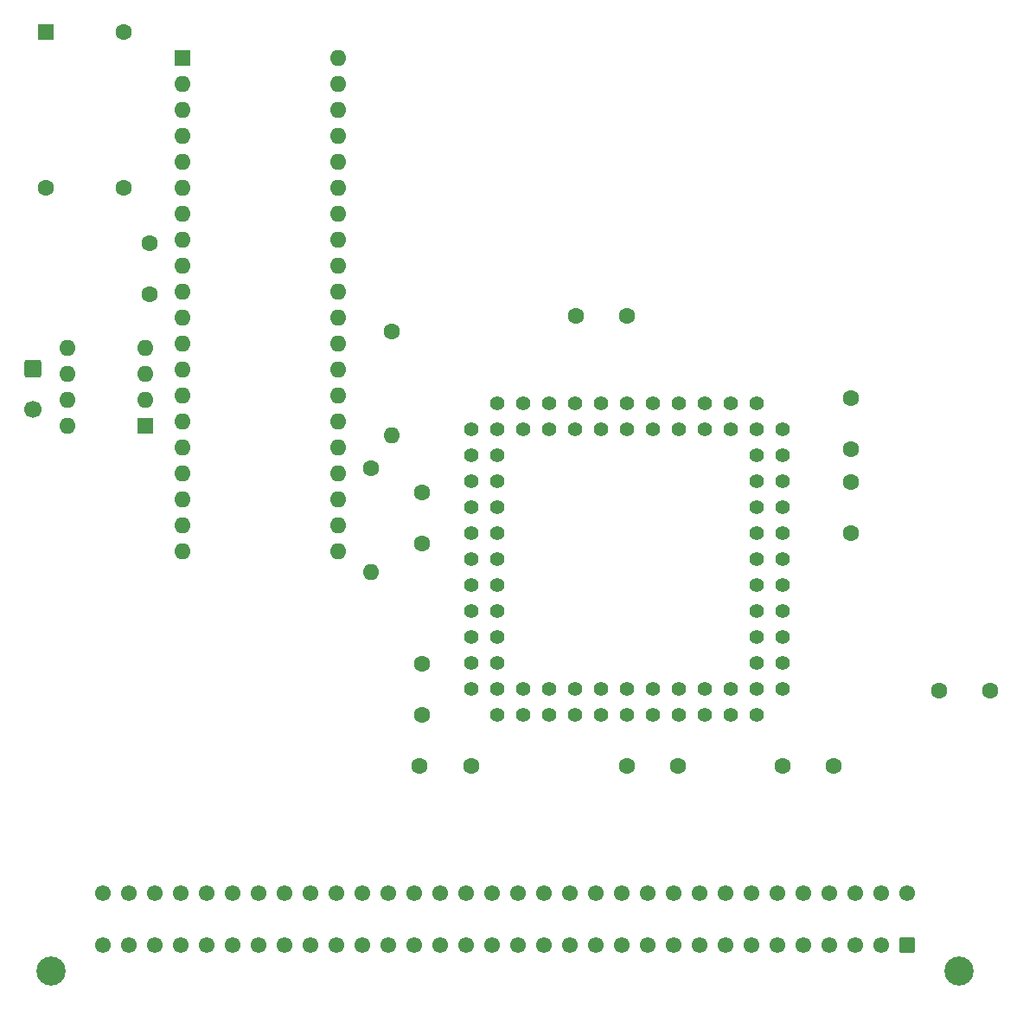
<source format=gbr>
%TF.GenerationSoftware,KiCad,Pcbnew,7.0.5*%
%TF.CreationDate,2024-02-10T13:24:14-07:00*%
%TF.ProjectId,z80_board,7a38305f-626f-4617-9264-2e6b69636164,rev?*%
%TF.SameCoordinates,Original*%
%TF.FileFunction,Soldermask,Bot*%
%TF.FilePolarity,Negative*%
%FSLAX46Y46*%
G04 Gerber Fmt 4.6, Leading zero omitted, Abs format (unit mm)*
G04 Created by KiCad (PCBNEW 7.0.5) date 2024-02-10 13:24:14*
%MOMM*%
%LPD*%
G01*
G04 APERTURE LIST*
G04 Aperture macros list*
%AMRoundRect*
0 Rectangle with rounded corners*
0 $1 Rounding radius*
0 $2 $3 $4 $5 $6 $7 $8 $9 X,Y pos of 4 corners*
0 Add a 4 corners polygon primitive as box body*
4,1,4,$2,$3,$4,$5,$6,$7,$8,$9,$2,$3,0*
0 Add four circle primitives for the rounded corners*
1,1,$1+$1,$2,$3*
1,1,$1+$1,$4,$5*
1,1,$1+$1,$6,$7*
1,1,$1+$1,$8,$9*
0 Add four rect primitives between the rounded corners*
20,1,$1+$1,$2,$3,$4,$5,0*
20,1,$1+$1,$4,$5,$6,$7,0*
20,1,$1+$1,$6,$7,$8,$9,0*
20,1,$1+$1,$8,$9,$2,$3,0*%
G04 Aperture macros list end*
%ADD10RoundRect,0.250000X-0.600000X0.600000X-0.600000X-0.600000X0.600000X-0.600000X0.600000X0.600000X0*%
%ADD11C,1.700000*%
%ADD12C,1.600000*%
%ADD13R,1.600000X1.600000*%
%ADD14O,1.600000X1.600000*%
%ADD15C,1.422400*%
%ADD16RoundRect,0.249999X0.525001X0.525001X-0.525001X0.525001X-0.525001X-0.525001X0.525001X-0.525001X0*%
%ADD17C,1.550000*%
%ADD18C,2.850000*%
G04 APERTURE END LIST*
D10*
%TO.C,SW1*%
X82750000Y-100000000D03*
D11*
X82750000Y-104000000D03*
%TD*%
D12*
%TO.C,C9*%
X94150000Y-92800000D03*
X94150000Y-87800000D03*
%TD*%
%TO.C,C10*%
X176500000Y-131500000D03*
X171500000Y-131500000D03*
%TD*%
D13*
%TO.C,U4*%
X93750000Y-105642704D03*
D14*
X93750000Y-103102704D03*
X93750000Y-100562704D03*
X93750000Y-98022704D03*
X86130000Y-98022704D03*
X86130000Y-100562704D03*
X86130000Y-103102704D03*
X86130000Y-105642704D03*
%TD*%
D12*
%TO.C,C3*%
X140867295Y-94882704D03*
X135867295Y-94882704D03*
%TD*%
D15*
%TO.C,U3*%
X143407295Y-105932704D03*
X143407295Y-103392704D03*
X145947295Y-105932704D03*
X145947295Y-103392704D03*
X148487295Y-105932704D03*
X148487295Y-103392704D03*
X151027295Y-105932704D03*
X151027295Y-103392704D03*
X153567295Y-105932704D03*
X153567295Y-103392704D03*
X156107295Y-105932704D03*
X153567295Y-108472704D03*
X156107295Y-108472704D03*
X153567295Y-111012704D03*
X156107295Y-111012704D03*
X153567295Y-113552704D03*
X156107295Y-113552704D03*
X153567295Y-116092704D03*
X156107295Y-116092704D03*
X153567295Y-118632704D03*
X156107295Y-118632704D03*
X153567295Y-121172704D03*
X156107295Y-121172704D03*
X153567295Y-123712704D03*
X156107295Y-123712704D03*
X153567295Y-126252704D03*
X156107295Y-126252704D03*
X153567295Y-128792704D03*
X156107295Y-128792704D03*
X153567295Y-131332704D03*
X156107295Y-131332704D03*
X153567295Y-133872704D03*
X151027295Y-131332704D03*
X151027295Y-133872704D03*
X148487295Y-131332704D03*
X148487295Y-133872704D03*
X145947295Y-131332704D03*
X145947295Y-133872704D03*
X143407295Y-131332704D03*
X143407295Y-133872704D03*
X140867295Y-131332704D03*
X140867295Y-133872704D03*
X138327295Y-131332704D03*
X138327295Y-133872704D03*
X135787295Y-131332704D03*
X135787295Y-133872704D03*
X133247295Y-131332704D03*
X133247295Y-133872704D03*
X130707295Y-131332704D03*
X130707295Y-133872704D03*
X128167295Y-131332704D03*
X128167295Y-133872704D03*
X125627295Y-131332704D03*
X128167295Y-128792704D03*
X125627295Y-128792704D03*
X128167295Y-126252704D03*
X125627295Y-126252704D03*
X128167295Y-123712704D03*
X125627295Y-123712704D03*
X128167295Y-121172704D03*
X125627295Y-121172704D03*
X128167295Y-118632704D03*
X125627295Y-118632704D03*
X128167295Y-116092704D03*
X125627295Y-116092704D03*
X128167295Y-113552704D03*
X125627295Y-113552704D03*
X128167295Y-111012704D03*
X125627295Y-111012704D03*
X128167295Y-108472704D03*
X125627295Y-108472704D03*
X128167295Y-105932704D03*
X125627295Y-105932704D03*
X128167295Y-103392704D03*
X130707295Y-105932704D03*
X130707295Y-103392704D03*
X133247295Y-105932704D03*
X133247295Y-103392704D03*
X135787295Y-105932704D03*
X135787295Y-103392704D03*
X138327295Y-105932704D03*
X138327295Y-103392704D03*
X140867295Y-105932704D03*
X140867295Y-103392704D03*
%TD*%
D12*
%TO.C,C1*%
X162867295Y-116132704D03*
X162867295Y-111132704D03*
%TD*%
D13*
%TO.C,U1*%
X97367295Y-69642704D03*
D14*
X97367295Y-72182704D03*
X97367295Y-74722704D03*
X97367295Y-77262704D03*
X97367295Y-79802704D03*
X97367295Y-82342704D03*
X97367295Y-84882704D03*
X97367295Y-87422704D03*
X97367295Y-89962704D03*
X97367295Y-92502704D03*
X97367295Y-95042704D03*
X97367295Y-97582704D03*
X97367295Y-100122704D03*
X97367295Y-102662704D03*
X97367295Y-105202704D03*
X97367295Y-107742704D03*
X97367295Y-110282704D03*
X97367295Y-112822704D03*
X97367295Y-115362704D03*
X97367295Y-117902704D03*
X112607295Y-117902704D03*
X112607295Y-115362704D03*
X112607295Y-112822704D03*
X112607295Y-110282704D03*
X112607295Y-107742704D03*
X112607295Y-105202704D03*
X112607295Y-102662704D03*
X112607295Y-100122704D03*
X112607295Y-97582704D03*
X112607295Y-95042704D03*
X112607295Y-92502704D03*
X112607295Y-89962704D03*
X112607295Y-87422704D03*
X112607295Y-84882704D03*
X112607295Y-82342704D03*
X112607295Y-79802704D03*
X112607295Y-77262704D03*
X112607295Y-74722704D03*
X112607295Y-72182704D03*
X112607295Y-69642704D03*
%TD*%
D12*
%TO.C,C6*%
X140867295Y-138882704D03*
X145867295Y-138882704D03*
%TD*%
%TO.C,C2*%
X162867295Y-107882704D03*
X162867295Y-102882704D03*
%TD*%
D16*
%TO.C,J1*%
X168320000Y-156460000D03*
D17*
X165780000Y-156460000D03*
X163240000Y-156460000D03*
X160700000Y-156460000D03*
X158160000Y-156460000D03*
X155620000Y-156460000D03*
X153080000Y-156460000D03*
X150540000Y-156460000D03*
X148000000Y-156460000D03*
X145460000Y-156460000D03*
X142920000Y-156460000D03*
X140380000Y-156460000D03*
X137840000Y-156460000D03*
X135300000Y-156460000D03*
X132760000Y-156460000D03*
X130220000Y-156460000D03*
X127680000Y-156460000D03*
X125140000Y-156460000D03*
X122600000Y-156460000D03*
X120060000Y-156460000D03*
X117520000Y-156460000D03*
X114980000Y-156460000D03*
X112440000Y-156460000D03*
X109900000Y-156460000D03*
X107360000Y-156460000D03*
X104820000Y-156460000D03*
X102280000Y-156460000D03*
X99740000Y-156460000D03*
X97200000Y-156460000D03*
X94660000Y-156460000D03*
X92120000Y-156460000D03*
X89580000Y-156460000D03*
X89580000Y-151380000D03*
X92120000Y-151380000D03*
X94660000Y-151380000D03*
X97200000Y-151380000D03*
X99740000Y-151380000D03*
X102280000Y-151380000D03*
X104820000Y-151380000D03*
X107360000Y-151380000D03*
X109900000Y-151380000D03*
X112440000Y-151380000D03*
X114980000Y-151380000D03*
X117520000Y-151380000D03*
X120060000Y-151380000D03*
X122600000Y-151380000D03*
X125140000Y-151380000D03*
X127680000Y-151380000D03*
X130220000Y-151380000D03*
X132760000Y-151380000D03*
X135300000Y-151380000D03*
X137840000Y-151380000D03*
X140380000Y-151380000D03*
X142920000Y-151380000D03*
X145460000Y-151380000D03*
X148000000Y-151380000D03*
X150540000Y-151380000D03*
X153080000Y-151380000D03*
X155620000Y-151380000D03*
X158160000Y-151380000D03*
X160700000Y-151380000D03*
X163240000Y-151380000D03*
X165780000Y-151380000D03*
X168320000Y-151380000D03*
D18*
X84500000Y-159000000D03*
X173400000Y-159000000D03*
%TD*%
D12*
%TO.C,C8*%
X120867295Y-128882704D03*
X120867295Y-133882704D03*
%TD*%
D13*
%TO.C,X1*%
X83997295Y-67142704D03*
D12*
X83997295Y-82382704D03*
X91617295Y-82382704D03*
X91617295Y-67142704D03*
%TD*%
%TO.C,R6*%
X117867295Y-96382704D03*
D14*
X117867295Y-106542704D03*
%TD*%
D12*
%TO.C,C7*%
X156117295Y-138882704D03*
X161117295Y-138882704D03*
%TD*%
%TO.C,C4*%
X120867295Y-112132704D03*
X120867295Y-117132704D03*
%TD*%
%TO.C,C5*%
X125617295Y-138882704D03*
X120617295Y-138882704D03*
%TD*%
%TO.C,R1*%
X115867295Y-109802704D03*
D14*
X115867295Y-119962704D03*
%TD*%
M02*

</source>
